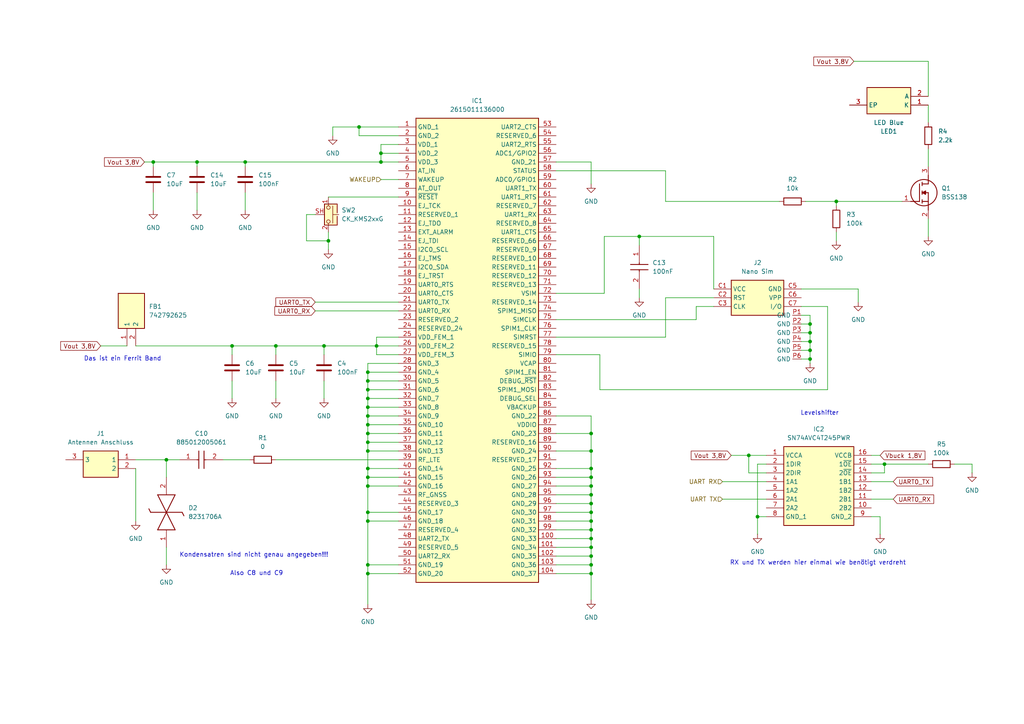
<source format=kicad_sch>
(kicad_sch (version 20231120) (generator "eeschema") (generator_version "8.0")
  (paper "A4")
  (lib_symbols
    (symbol "Bauteile2:742792625"
      (property "Reference" "FB" (at 16.51 7.62 0))
      (property "Value" "742792625" (at 16.51 5.08 0))
      (symbol "742792625_1_1"
        (rectangle (start 5.08 2.54) (end 15.24 -5.08) (stroke (width 0.254)) (fill (type background)))
        (pin passive line (at 0 0 0) (length 5.08) (name "1") (number "1"))
        (pin passive line (at 0 -2.54 0) (length 5.08) (name "2") (number "2"))
      )
    )
    (symbol "Bauteile2:8231706A" (pin_names hide)
      (property "Reference" "D" (at 15.24 8.89 0))
      (property "Value" "8231706A" (at 15.24 6.35 0))
      (symbol "8231706A_1_1"
        (polyline (pts (xy 5.08 2.54) (xy 5.08 -2.54)) (stroke (width 0.254)))
        (polyline (pts (xy 5.08 2.54) (xy 10.16 0)) (stroke (width 0.254)))
        (polyline (pts (xy 10.16 -4.572) (xy 9.144 -5.08)) (stroke (width 0.254)))
        (polyline (pts (xy 10.16 -4.572) (xy 10.16 4.572)) (stroke (width 0.254)))
        (polyline (pts (xy 10.16 0) (xy 5.08 -2.54)) (stroke (width 0.254)))
        (polyline (pts (xy 10.16 0) (xy 15.24 -2.54)) (stroke (width 0.254)))
        (polyline (pts (xy 11.176 5.08) (xy 10.16 4.572)) (stroke (width 0.254)))
        (polyline (pts (xy 15.24 2.54) (xy 10.16 0)) (stroke (width 0.254)))
        (polyline (pts (xy 15.24 2.54) (xy 15.24 -2.54)) (stroke (width 0.254)))
        (pin passive line (at 0 0 0) (length 5.08) (name "K1") (number "1"))
        (pin passive line (at 20.32 0 180) (length 5.08) (name "K2") (number "2"))
      )
    )
    (symbol "Bauteile2:885012005061" (pin_names hide)
      (property "Reference" "C" (at 8.89 6.35 0))
      (property "Value" "885012005061" (at 8.89 3.81 0))
      (symbol "885012005061_1_1"
        (polyline (pts (xy 5.08 0) (xy 5.588 0)) (stroke (width 0.254)))
        (polyline (pts (xy 5.588 2.54) (xy 5.588 -2.54)) (stroke (width 0.254)))
        (polyline (pts (xy 7.112 0) (xy 7.62 0)) (stroke (width 0.254)))
        (polyline (pts (xy 7.112 2.54) (xy 7.112 -2.54)) (stroke (width 0.254)))
        (pin passive line (at 0 0 0) (length 5.08) (name "1") (number "1"))
        (pin passive line (at 12.7 0 180) (length 5.08) (name "2") (number "2"))
      )
    )
    (symbol "Bauteile2:885012205037" (pin_names hide)
      (property "Reference" "C" (at 8.89 6.35 0))
      (property "Value" "885012205037" (at 8.89 3.81 0))
      (symbol "885012205037_1_1"
        (polyline (pts (xy 5.08 0) (xy 5.588 0)) (stroke (width 0.254)))
        (polyline (pts (xy 5.588 2.54) (xy 5.588 -2.54)) (stroke (width 0.254)))
        (polyline (pts (xy 7.112 0) (xy 7.62 0)) (stroke (width 0.254)))
        (polyline (pts (xy 7.112 2.54) (xy 7.112 -2.54)) (stroke (width 0.254)))
        (pin passive line (at 0 0 0) (length 5.08) (name "1") (number "1"))
        (pin passive line (at 12.7 0 180) (length 5.08) (name "2") (number "2"))
      )
    )
    (symbol "Bauteile2:SN74AVC4T245PWR"
      (property "Reference" "IC" (at 26.67 7.62 0))
      (property "Value" "SN74AVC4T245PWR" (at 26.67 5.08 0))
      (symbol "SN74AVC4T245PWR_1_1"
        (rectangle (start 5.08 2.54) (end 25.4 -20.32) (stroke (width 0.254)) (fill (type background)))
        (pin passive line (at 0 0 0) (length 5.08) (name "VCCA") (number "1"))
        (pin passive line (at 30.48 -15.24 180) (length 5.08) (name "2B2") (number "10"))
        (pin passive line (at 30.48 -12.7 180) (length 5.08) (name "2B1") (number "11"))
        (pin passive line (at 30.48 -10.16 180) (length 5.08) (name "1B2") (number "12"))
        (pin passive line (at 30.48 -7.62 180) (length 5.08) (name "1B1") (number "13"))
        (pin passive line (at 30.48 -5.08 180) (length 5.08) (name "2~{OE}") (number "14"))
        (pin passive line (at 30.48 -2.54 180) (length 5.08) (name "1~{OE}") (number "15"))
        (pin passive line (at 30.48 0 180) (length 5.08) (name "VCCB") (number "16"))
        (pin passive line (at 0 -2.54 0) (length 5.08) (name "1DIR") (number "2"))
        (pin passive line (at 0 -5.08 0) (length 5.08) (name "2DIR") (number "3"))
        (pin passive line (at 0 -7.62 0) (length 5.08) (name "1A1") (number "4"))
        (pin passive line (at 0 -10.16 0) (length 5.08) (name "1A2") (number "5"))
        (pin passive line (at 0 -12.7 0) (length 5.08) (name "2A1") (number "6"))
        (pin passive line (at 0 -15.24 0) (length 5.08) (name "2A2") (number "7"))
        (pin passive line (at 0 -17.78 0) (length 5.08) (name "GND_1") (number "8"))
        (pin passive line (at 30.48 -17.78 180) (length 5.08) (name "GND_2") (number "9"))
      )
    )
    (symbol "Bauteile:2615011136000"
      (property "Reference" "IC" (at 41.91 7.62 0))
      (property "Value" "2615011136000" (at 41.91 5.08 0))
      (symbol "2615011136000_1_1"
        (rectangle (start 5.08 2.54) (end 40.64 -132.08) (stroke (width 0.254)) (fill (type background)))
        (pin passive line (at 0 0 0) (length 5.08) (name "GND_1") (number "1"))
        (pin passive line (at 0 -22.86 0) (length 5.08) (name "EJ_TCK") (number "10"))
        (pin passive line (at 45.72 -119.38 180) (length 5.08) (name "GND_33") (number "100"))
        (pin passive line (at 45.72 -121.92 180) (length 5.08) (name "GND_34") (number "101"))
        (pin passive line (at 45.72 -124.46 180) (length 5.08) (name "GND_35") (number "102"))
        (pin passive line (at 45.72 -127 180) (length 5.08) (name "GND_36") (number "103"))
        (pin passive line (at 45.72 -129.54 180) (length 5.08) (name "GND_37") (number "104"))
        (pin passive line (at 0 -25.4 0) (length 5.08) (name "RESERVED_1") (number "11"))
        (pin passive line (at 0 -27.94 0) (length 5.08) (name "EJ_TDO") (number "12"))
        (pin passive line (at 0 -30.48 0) (length 5.08) (name "EXT_ALARM") (number "13"))
        (pin passive line (at 0 -33.02 0) (length 5.08) (name "EJ_TDI") (number "14"))
        (pin passive line (at 0 -35.56 0) (length 5.08) (name "I2C0_SCL") (number "15"))
        (pin passive line (at 0 -38.1 0) (length 5.08) (name "EJ_TMS") (number "16"))
        (pin passive line (at 0 -40.64 0) (length 5.08) (name "I2C0_SDA") (number "17"))
        (pin passive line (at 0 -43.18 0) (length 5.08) (name "EJ_TRST") (number "18"))
        (pin passive line (at 0 -45.72 0) (length 5.08) (name "UART0_RTS") (number "19"))
        (pin passive line (at 0 -2.54 0) (length 5.08) (name "GND_2") (number "2"))
        (pin passive line (at 0 -48.26 0) (length 5.08) (name "UART0_CTS") (number "20"))
        (pin passive line (at 0 -50.8 0) (length 5.08) (name "UART0_TX") (number "21"))
        (pin passive line (at 0 -53.34 0) (length 5.08) (name "UART0_RX") (number "22"))
        (pin passive line (at 0 -55.88 0) (length 5.08) (name "RESERVED_2") (number "23"))
        (pin passive line (at 0 -58.42 0) (length 5.08) (name "RESERVED_24") (number "24"))
        (pin passive line (at 0 -60.96 0) (length 5.08) (name "VDD_FEM_1") (number "25"))
        (pin passive line (at 0 -63.5 0) (length 5.08) (name "VDD_FEM_2") (number "26"))
        (pin passive line (at 0 -66.04 0) (length 5.08) (name "VDD_FEM_3") (number "27"))
        (pin passive line (at 0 -68.58 0) (length 5.08) (name "GND_3") (number "28"))
        (pin passive line (at 0 -71.12 0) (length 5.08) (name "GND_4") (number "29"))
        (pin passive line (at 0 -5.08 0) (length 5.08) (name "VDD_1") (number "3"))
        (pin passive line (at 0 -73.66 0) (length 5.08) (name "GND_5") (number "30"))
        (pin passive line (at 0 -76.2 0) (length 5.08) (name "GND_6") (number "31"))
        (pin passive line (at 0 -78.74 0) (length 5.08) (name "GND_7") (number "32"))
        (pin passive line (at 0 -81.28 0) (length 5.08) (name "GND_8") (number "33"))
        (pin passive line (at 0 -83.82 0) (length 5.08) (name "GND_9") (number "34"))
        (pin passive line (at 0 -86.36 0) (length 5.08) (name "GND_10") (number "35"))
        (pin passive line (at 0 -88.9 0) (length 5.08) (name "GND_11") (number "36"))
        (pin passive line (at 0 -91.44 0) (length 5.08) (name "GND_12") (number "37"))
        (pin passive line (at 0 -93.98 0) (length 5.08) (name "GND_13") (number "38"))
        (pin passive line (at 0 -96.52 0) (length 5.08) (name "RF_LTE") (number "39"))
        (pin passive line (at 0 -7.62 0) (length 5.08) (name "VDD_2") (number "4"))
        (pin passive line (at 0 -99.06 0) (length 5.08) (name "GND_14") (number "40"))
        (pin passive line (at 0 -101.6 0) (length 5.08) (name "GND_15") (number "41"))
        (pin passive line (at 0 -104.14 0) (length 5.08) (name "GND_16") (number "42"))
        (pin passive line (at 0 -106.68 0) (length 5.08) (name "RF_GNSS") (number "43"))
        (pin passive line (at 0 -109.22 0) (length 5.08) (name "RESERVED_3") (number "44"))
        (pin passive line (at 0 -111.76 0) (length 5.08) (name "GND_17") (number "45"))
        (pin passive line (at 0 -114.3 0) (length 5.08) (name "GND_18") (number "46"))
        (pin passive line (at 0 -116.84 0) (length 5.08) (name "RESERVED_4") (number "47"))
        (pin passive line (at 0 -119.38 0) (length 5.08) (name "UART2_TX") (number "48"))
        (pin passive line (at 0 -121.92 0) (length 5.08) (name "RESERVED_5") (number "49"))
        (pin passive line (at 0 -10.16 0) (length 5.08) (name "VDD_3") (number "5"))
        (pin passive line (at 0 -124.46 0) (length 5.08) (name "UART2_RX") (number "50"))
        (pin passive line (at 0 -127 0) (length 5.08) (name "GND_19") (number "51"))
        (pin passive line (at 0 -129.54 0) (length 5.08) (name "GND_20") (number "52"))
        (pin passive line (at 45.72 0 180) (length 5.08) (name "UART2_CTS") (number "53"))
        (pin passive line (at 45.72 -2.54 180) (length 5.08) (name "RESERVED_6") (number "54"))
        (pin passive line (at 45.72 -5.08 180) (length 5.08) (name "UART2_RTS") (number "55"))
        (pin passive line (at 45.72 -7.62 180) (length 5.08) (name "ADC1/GPIO2") (number "56"))
        (pin passive line (at 45.72 -10.16 180) (length 5.08) (name "GND_21") (number "57"))
        (pin passive line (at 45.72 -12.7 180) (length 5.08) (name "STATUS") (number "58"))
        (pin passive line (at 45.72 -15.24 180) (length 5.08) (name "ADC0/GPIO1") (number "59"))
        (pin passive line (at 0 -12.7 0) (length 5.08) (name "AT_IN") (number "6"))
        (pin passive line (at 45.72 -17.78 180) (length 5.08) (name "UART1_TX") (number "60"))
        (pin passive line (at 45.72 -20.32 180) (length 5.08) (name "UART1_RTS") (number "61"))
        (pin passive line (at 45.72 -22.86 180) (length 5.08) (name "RESERVED_7") (number "62"))
        (pin passive line (at 45.72 -25.4 180) (length 5.08) (name "UART1_RX") (number "63"))
        (pin passive line (at 45.72 -27.94 180) (length 5.08) (name "RESERVED_8") (number "64"))
        (pin passive line (at 45.72 -30.48 180) (length 5.08) (name "UART1_CTS") (number "65"))
        (pin passive line (at 45.72 -33.02 180) (length 5.08) (name "RESERVED_66") (number "66"))
        (pin passive line (at 45.72 -35.56 180) (length 5.08) (name "RESERVED_9") (number "67"))
        (pin passive line (at 45.72 -38.1 180) (length 5.08) (name "RESERVED_10") (number "68"))
        (pin passive line (at 45.72 -40.64 180) (length 5.08) (name "RESERVED_11") (number "69"))
        (pin passive line (at 0 -15.24 0) (length 5.08) (name "WAKEUP") (number "7"))
        (pin passive line (at 45.72 -43.18 180) (length 5.08) (name "RESERVED_12") (number "70"))
        (pin passive line (at 45.72 -45.72 180) (length 5.08) (name "RESERVED_13") (number "71"))
        (pin passive line (at 45.72 -48.26 180) (length 5.08) (name "VSIM") (number "72"))
        (pin passive line (at 45.72 -50.8 180) (length 5.08) (name "RESERVED_14") (number "73"))
        (pin passive line (at 45.72 -53.34 180) (length 5.08) (name "SPIM1_MISO") (number "74"))
        (pin passive line (at 45.72 -55.88 180) (length 5.08) (name "SIMCLK") (number "75"))
        (pin passive line (at 45.72 -58.42 180) (length 5.08) (name "SPIM1_CLK") (number "76"))
        (pin passive line (at 45.72 -60.96 180) (length 5.08) (name "SIMRST") (number "77"))
        (pin passive line (at 45.72 -63.5 180) (length 5.08) (name "RESERVED_15") (number "78"))
        (pin passive line (at 45.72 -66.04 180) (length 5.08) (name "SIMIO") (number "79"))
        (pin passive line (at 0 -17.78 0) (length 5.08) (name "AT_OUT") (number "8"))
        (pin passive line (at 45.72 -68.58 180) (length 5.08) (name "VCAP") (number "80"))
        (pin passive line (at 45.72 -71.12 180) (length 5.08) (name "SPIM1_EN") (number "81"))
        (pin passive line (at 45.72 -73.66 180) (length 5.08) (name "DEBUG_~{RST}") (number "82"))
        (pin passive line (at 45.72 -76.2 180) (length 5.08) (name "SPIM1_MOSI") (number "83"))
        (pin passive line (at 45.72 -78.74 180) (length 5.08) (name "DEBUG_SEL") (number "84"))
        (pin passive line (at 45.72 -81.28 180) (length 5.08) (name "VBACKUP") (number "85"))
        (pin passive line (at 45.72 -83.82 180) (length 5.08) (name "GND_22") (number "86"))
        (pin passive line (at 45.72 -86.36 180) (length 5.08) (name "VDDIO") (number "87"))
        (pin passive line (at 45.72 -88.9 180) (length 5.08) (name "GND_23") (number "88"))
        (pin passive line (at 45.72 -91.44 180) (length 5.08) (name "RESERVED_16") (number "89"))
        (pin passive line (at 0 -20.32 0) (length 5.08) (name "~{RESET}") (number "9"))
        (pin passive line (at 45.72 -93.98 180) (length 5.08) (name "GND_24") (number "90"))
        (pin passive line (at 45.72 -96.52 180) (length 5.08) (name "RESERVED_17") (number "91"))
        (pin passive line (at 45.72 -99.06 180) (length 5.08) (name "GND_25") (number "92"))
        (pin passive line (at 45.72 -101.6 180) (length 5.08) (name "GND_26") (number "93"))
        (pin passive line (at 45.72 -104.14 180) (length 5.08) (name "GND_27") (number "94"))
        (pin passive line (at 45.72 -106.68 180) (length 5.08) (name "GND_28") (number "95"))
        (pin passive line (at 45.72 -109.22 180) (length 5.08) (name "GND_29") (number "96"))
        (pin passive line (at 45.72 -111.76 180) (length 5.08) (name "GND_30") (number "97"))
        (pin passive line (at 45.72 -114.3 180) (length 5.08) (name "GND_31") (number "98"))
        (pin passive line (at 45.72 -116.84 180) (length 5.08) (name "GND_32") (number "99"))
      )
    )
    (symbol "Bauteile:Antennen Anschluss"
      (property "Reference" "J" (at 16.51 7.62 0))
      (property "Value" "Antennen Anschluss" (at 16.51 5.08 0))
      (symbol "Antennen Anschluss_1_1"
        (rectangle (start 5.08 2.54) (end 15.24 -5.08) (stroke (width 0.254)) (fill (type background)))
        (pin passive line (at 20.32 0 180) (length 5.08) (name "1") (number "1"))
        (pin passive line (at 20.32 -2.54 180) (length 5.08) (name "2") (number "2"))
        (pin passive line (at 0 0 0) (length 5.08) (name "3") (number "3"))
      )
    )
    (symbol "Bauteile:BSS138" (pin_names hide)
      (property "Reference" "Q" (at 11.43 3.81 0))
      (property "Value" "BSS138" (at 11.43 1.27 0))
      (symbol "BSS138_1_1"
        (polyline (pts (xy 2.54 0) (xy 5.08 0)) (stroke (width 0.254)))
        (polyline (pts (xy 5.08 5.08) (xy 5.08 0)) (stroke (width 0.254)))
        (polyline (pts (xy 5.842 -0.508) (xy 5.842 0.508)) (stroke (width 0.254)))
        (polyline (pts (xy 5.842 0) (xy 7.62 0)) (stroke (width 0.254)))
        (polyline (pts (xy 5.842 2.032) (xy 5.842 3.048)) (stroke (width 0.254)))
        (polyline (pts (xy 5.842 5.588) (xy 5.842 4.572)) (stroke (width 0.254)))
        (polyline (pts (xy 7.62 2.54) (xy 5.842 2.54)) (stroke (width 0.254)))
        (polyline (pts (xy 7.62 2.54) (xy 7.62 -2.54)) (stroke (width 0.254)))
        (polyline (pts (xy 7.62 5.08) (xy 5.842 5.08)) (stroke (width 0.254)))
        (polyline (pts (xy 7.62 5.08) (xy 7.62 7.62)) (stroke (width 0.254)))
        (polyline (pts (xy 5.842 2.54) (xy 6.858 3.048) (xy 6.858 2.032) (xy 5.842 2.54)) (stroke (width 0.254)) (fill (type outline)))
        (circle (center 6.35 2.54) (radius 3.81) (stroke (width 0.254)))
        (pin passive line (at 0 0 0) (length 2.54) (name "G") (number "1"))
        (pin passive line (at 7.62 -5.08 90) (length 2.54) (name "S") (number "2"))
        (pin passive line (at 7.62 10.16 270) (length 2.54) (name "D") (number "3"))
      )
    )
    (symbol "Bauteile:LED Blue"
      (property "Reference" "LED" (at 19.05 7.62 0))
      (property "Value" "LED Blue" (at 19.05 5.08 0))
      (symbol "LED Blue_1_1"
        (rectangle (start 5.08 2.54) (end 17.78 -5.08) (stroke (width 0.254)) (fill (type background)))
        (pin passive line (at 22.86 0 180) (length 5.08) (name "K") (number "1"))
        (pin passive line (at 22.86 -2.54 180) (length 5.08) (name "A") (number "2"))
        (pin passive line (at 0 0 0) (length 5.08) (name "EP") (number "3"))
      )
    )
    (symbol "Bauteile:Nano Sim"
      (property "Reference" "J2" (at 12.7 7.62 0))
      (property "Value" "Nano Sim" (at 12.7 5.08 0))
      (symbol "Nano Sim_1_0"
        (pin passive line (at 25.4 -7.62 180) (length 2.54) (name "GND") (number "P1"))
        (pin passive line (at 25.4 -10.16 180) (length 2.54) (name "GND") (number "P2"))
        (pin passive line (at 25.4 -12.7 180) (length 2.54) (name "GND") (number "P3"))
        (pin passive line (at 25.4 -15.24 180) (length 2.54) (name "GND") (number "P4"))
        (pin passive line (at 25.4 -17.78 180) (length 2.54) (name "GND") (number "P5"))
        (pin passive line (at 25.4 -20.32 180) (length 2.54) (name "GND") (number "P6"))
      )
      (symbol "Nano Sim_1_1"
        (rectangle (start 5.08 2.54) (end 20.32 -7.62) (stroke (width 0.254)) (fill (type background)))
        (pin passive line (at 0 0 0) (length 5.08) (name "VCC") (number "C1"))
        (pin passive line (at 0 -2.54 0) (length 5.08) (name "RST") (number "C2"))
        (pin passive line (at 0 -5.08 0) (length 5.08) (name "CLK") (number "C3"))
        (pin passive line (at 25.4 0 180) (length 5.08) (name "GND") (number "C5"))
        (pin passive line (at 25.4 -2.54 180) (length 5.08) (name "VPP") (number "C6"))
        (pin passive line (at 25.4 -5.08 180) (length 5.08) (name "I/O") (number "C7"))
      )
    )
    (symbol "Device:C" (pin_numbers hide) (pin_names (offset 0.254))
      (property "Reference" "C" (at 0.635 2.54 0))
      (property "Value" "C" (at 0.635 -2.54 0))
      (symbol "C_0_1"
        (polyline (pts (xy -2.032 -0.762) (xy 2.032 -0.762)) (stroke (width 0.508)))
        (polyline (pts (xy -2.032 0.762) (xy 2.032 0.762)) (stroke (width 0.508)))
      )
      (symbol "C_1_1"
        (pin passive line (at 0 3.81 270) (length 2.794) (name "~") (number "1"))
        (pin passive line (at 0 -3.81 90) (length 2.794) (name "~") (number "2"))
      )
    )
    (symbol "Device:R" (pin_numbers hide) (pin_names (offset 0))
      (property "Reference" "R" (at 2.032 0 90))
      (property "Value" "R" (at 0 0 90))
      (symbol "R_0_1"
        (rectangle (start -1.016 -2.54) (end 1.016 2.54) (stroke (width 0.254)))
      )
      (symbol "R_1_1"
        (pin passive line (at 0 3.81 270) (length 1.27) (name "~") (number "1"))
        (pin passive line (at 0 -3.81 90) (length 1.27) (name "~") (number "2"))
      )
    )
    (symbol "GND_1" (power) (pin_numbers hide) (pin_names (offset 0) hide)
      (property "Value" "GND" (at 0 -3.81 0))
      (symbol "GND_1_0_1"
        (polyline (pts (xy 0 0) (xy 0 -1.27) (xy 1.27 -1.27) (xy 0 -2.54) (xy -1.27 -1.27) (xy 0 -1.27)))
      )
      (symbol "GND_1_1_1"
        (pin power_in line (at 0 0 270) (length 0) (name "~") (number "1"))
      )
    )
    (symbol "GND_2" (power) (pin_numbers hide) (pin_names (offset 0) hide)
      (property "Value" "GND" (at 0 -3.81 0))
      (symbol "GND_2_0_1"
        (polyline (pts (xy 0 0) (xy 0 -1.27) (xy 1.27 -1.27) (xy 0 -2.54) (xy -1.27 -1.27) (xy 0 -1.27)))
      )
      (symbol "GND_2_1_1"
        (pin power_in line (at 0 0 270) (length 0) (name "~") (number "1"))
      )
    )
    (symbol "Switch:CK_KMS2xxG" (pin_names (offset 1.016) hide)
      (property "Reference" "SW" (at 4.318 2.032 0))
      (property "Value" "CK_KMS2xxG" (at 0 4.572 0))
      (symbol "CK_KMS2xxG_0_1"
        (circle (center -2.032 0) (radius 0.508))
        (polyline (pts (xy 0 1.27) (xy 0 3.048)))
        (polyline (pts (xy 2.54 1.27) (xy -2.54 1.27)))
        (polyline (pts (xy 0.508 2.54) (xy 3.048 2.54) (xy 3.048 -1.143) (xy -3.048 -1.143) (xy -3.048 2.54) (xy -0.508 2.54)) (stroke (width -0.0254)))
        (polyline (pts (xy 0.508 2.54) (xy 3.048 2.54) (xy 3.048 -1.143) (xy -3.048 -1.143) (xy -3.048 2.54) (xy -0.508 2.54)) (stroke (width 0.254)))
        (circle (center 2.032 0) (radius 0.508))
        (pin passive line (at -5.08 0 0) (length 2.54) (name "1") (number "1"))
        (pin passive line (at 5.08 0 180) (length 2.54) (name "2") (number "2"))
      )
      (symbol "CK_KMS2xxG_1_1"
        (rectangle (start -3.048 2.54) (end 3.048 -1.27) (stroke (width -0.0254)) (fill (type background)))
        (pin passive line (at 0 -3.81 90) (length 2.54) (name "B") (number "SH"))
      )
    )
    (symbol "power:GND" (power) (pin_names (offset 0))
      (property "Value" "GND" (at 0 -3.81 0))
      (symbol "GND_0_1"
        (polyline (pts (xy 0 0) (xy 0 -1.27) (xy 1.27 -1.27) (xy 0 -2.54) (xy -1.27 -1.27) (xy 0 -1.27)))
      )
      (symbol "GND_1_1"
        (pin power_in line (at 0 0 270) (length 0) hide (name "GND") (number "1"))
      )
    )
  )
  (junction (at 93.98 100.33))
  (junction (at 171.45 161.29))
  (junction (at 234.95 99.06))
  (junction (at 171.45 166.37))
  (junction (at 106.68 128.27))
  (junction (at 104.14 36.83))
  (junction (at 234.95 96.52))
  (junction (at 234.95 93.98))
  (junction (at 106.68 148.59))
  (junction (at 106.68 135.89))
  (junction (at 67.31 100.33))
  (junction (at 57.15 46.99))
  (junction (at 171.45 125.73))
  (junction (at 106.68 140.97))
  (junction (at 171.45 135.89))
  (junction (at 110.49 44.45))
  (junction (at 171.45 130.81))
  (junction (at 106.68 110.49))
  (junction (at 106.68 138.43))
  (junction (at 171.45 153.67))
  (junction (at 106.68 151.13))
  (junction (at 106.68 118.11))
  (junction (at 106.68 120.65))
  (junction (at 71.12 46.99))
  (junction (at 106.68 166.37))
  (junction (at 171.45 163.83))
  (junction (at 234.95 104.14))
  (junction (at 256.54 134.62))
  (junction (at 106.68 125.73))
  (junction (at 219.71 149.86))
  (junction (at 217.17 132.08))
  (junction (at 171.45 151.13))
  (junction (at 95.25 69.85))
  (junction (at 44.45 46.99))
  (junction (at 234.95 101.6))
  (junction (at 171.45 156.21))
  (junction (at 185.42 68.58))
  (junction (at 171.45 158.75))
  (junction (at 106.68 163.83))
  (junction (at 106.68 115.57))
  (junction (at 106.68 123.19))
  (junction (at 171.45 138.43))
  (junction (at 48.26 133.35))
  (junction (at 171.45 148.59))
  (junction (at 110.49 46.99))
  (junction (at 242.57 58.42))
  (junction (at 106.68 113.03))
  (junction (at 171.45 140.97))
  (junction (at 109.22 100.33))
  (junction (at 80.01 100.33))
  (junction (at 171.45 146.05))
  (junction (at 171.45 143.51))
  (junction (at 106.68 107.95))
  (junction (at 106.68 130.81))
  (wire (pts (xy 39.37 100.33) (xy 67.31 100.33)))
  (wire (pts (xy 106.68 123.19) (xy 106.68 125.73)))
  (wire (pts (xy 171.45 163.83) (xy 171.45 166.37)))
  (wire (pts (xy 242.57 58.42) (xy 261.62 58.42)))
  (wire (pts (xy 115.57 151.13) (xy 106.68 151.13)))
  (wire (pts (xy 219.71 134.62) (xy 219.71 149.86)))
  (wire (pts (xy 57.15 46.99) (xy 71.12 46.99)))
  (wire (pts (xy 234.95 91.44) (xy 234.95 93.98)))
  (wire (pts (xy 39.37 133.35) (xy 48.26 133.35)))
  (wire (pts (xy 115.57 113.03) (xy 106.68 113.03)))
  (wire (pts (xy 171.45 173.99) (xy 171.45 166.37)))
  (wire (pts (xy 106.68 166.37) (xy 106.68 175.26)))
  (wire (pts (xy 115.57 110.49) (xy 106.68 110.49)))
  (wire (pts (xy 161.29 163.83) (xy 171.45 163.83)))
  (wire (pts (xy 269.24 30.48) (xy 269.24 35.56)))
  (wire (pts (xy 93.98 110.49) (xy 93.98 115.57)))
  (wire (pts (xy 95.25 57.15) (xy 115.57 57.15)))
  (wire (pts (xy 175.26 68.58) (xy 185.42 68.58)))
  (wire (pts (xy 115.57 41.91) (xy 110.49 41.91)))
  (wire (pts (xy 115.57 138.43) (xy 106.68 138.43)))
  (wire (pts (xy 171.45 135.89) (xy 171.45 138.43)))
  (wire (pts (xy 222.25 149.86) (xy 219.71 149.86)))
  (wire (pts (xy 269.24 63.5) (xy 269.24 68.58)))
  (wire (pts (xy 173.99 102.87) (xy 161.29 102.87)))
  (wire (pts (xy 115.57 163.83) (xy 106.68 163.83)))
  (wire (pts (xy 57.15 46.99) (xy 57.15 48.26)))
  (wire (pts (xy 110.49 41.91) (xy 110.49 44.45)))
  (wire (pts (xy 252.73 132.08) (xy 255.27 132.08)))
  (wire (pts (xy 161.29 146.05) (xy 171.45 146.05)))
  (wire (pts (xy 115.57 125.73) (xy 106.68 125.73)))
  (wire (pts (xy 161.29 135.89) (xy 171.45 135.89)))
  (wire (pts (xy 209.55 144.78) (xy 222.25 144.78)))
  (wire (pts (xy 106.68 113.03) (xy 106.68 115.57)))
  (wire (pts (xy 171.45 140.97) (xy 171.45 143.51)))
  (wire (pts (xy 252.73 149.86) (xy 255.27 149.86)))
  (wire (pts (xy 109.22 97.79) (xy 109.22 100.33)))
  (wire (pts (xy 171.45 156.21) (xy 171.45 158.75)))
  (wire (pts (xy 91.44 62.23) (xy 88.9 62.23)))
  (wire (pts (xy 234.95 96.52) (xy 234.95 99.06)))
  (wire (pts (xy 185.42 83.82) (xy 185.42 86.36)))
  (wire (pts (xy 209.55 139.7) (xy 222.25 139.7)))
  (wire (pts (xy 161.29 138.43) (xy 171.45 138.43)))
  (wire (pts (xy 41.91 46.99) (xy 44.45 46.99)))
  (wire (pts (xy 88.9 62.23) (xy 88.9 69.85)))
  (wire (pts (xy 44.45 46.99) (xy 57.15 46.99)))
  (wire (pts (xy 217.17 137.16) (xy 217.17 132.08)))
  (wire (pts (xy 71.12 46.99) (xy 110.49 46.99)))
  (wire (pts (xy 95.25 69.85) (xy 95.25 72.39)))
  (wire (pts (xy 106.68 140.97) (xy 106.68 148.59)))
  (wire (pts (xy 106.68 107.95) (xy 106.68 110.49)))
  (wire (pts (xy 222.25 137.16) (xy 217.17 137.16)))
  (wire (pts (xy 242.57 58.42) (xy 242.57 59.69)))
  (wire (pts (xy 269.24 27.94) (xy 269.24 17.78)))
  (wire (pts (xy 234.95 101.6) (xy 234.95 104.14)))
  (wire (pts (xy 80.01 100.33) (xy 80.01 102.87)))
  (wire (pts (xy 67.31 100.33) (xy 80.01 100.33)))
  (wire (pts (xy 96.52 36.83) (xy 104.14 36.83)))
  (wire (pts (xy 104.14 36.83) (xy 104.14 39.37)))
  (wire (pts (xy 106.68 151.13) (xy 106.68 163.83)))
  (wire (pts (xy 106.68 135.89) (xy 106.68 138.43)))
  (wire (pts (xy 232.41 96.52) (xy 234.95 96.52)))
  (wire (pts (xy 256.54 134.62) (xy 269.24 134.62)))
  (wire (pts (xy 91.44 90.17) (xy 115.57 90.17)))
  (wire (pts (xy 185.42 68.58) (xy 185.42 71.12)))
  (wire (pts (xy 161.29 143.51) (xy 171.45 143.51)))
  (wire (pts (xy 115.57 39.37) (xy 104.14 39.37)))
  (wire (pts (xy 115.57 120.65) (xy 106.68 120.65)))
  (wire (pts (xy 80.01 133.35) (xy 115.57 133.35)))
  (wire (pts (xy 115.57 166.37) (xy 106.68 166.37)))
  (wire (pts (xy 67.31 110.49) (xy 67.31 115.57)))
  (wire (pts (xy 171.45 158.75) (xy 171.45 161.29)))
  (wire (pts (xy 161.29 158.75) (xy 171.45 158.75)))
  (wire (pts (xy 115.57 118.11) (xy 106.68 118.11)))
  (wire (pts (xy 173.99 102.87) (xy 173.99 113.03)))
  (wire (pts (xy 171.45 148.59) (xy 171.45 151.13)))
  (wire (pts (xy 71.12 55.88) (xy 71.12 60.96)))
  (wire (pts (xy 96.52 36.83) (xy 96.52 39.37)))
  (wire (pts (xy 171.45 46.99) (xy 171.45 53.34)))
  (wire (pts (xy 161.29 46.99) (xy 171.45 46.99)))
  (wire (pts (xy 234.95 99.06) (xy 234.95 101.6)))
  (wire (pts (xy 106.68 118.11) (xy 106.68 120.65)))
  (wire (pts (xy 115.57 115.57) (xy 106.68 115.57)))
  (wire (pts (xy 161.29 85.09) (xy 175.26 85.09)))
  (wire (pts (xy 64.77 133.35) (xy 72.39 133.35)))
  (wire (pts (xy 93.98 100.33) (xy 109.22 100.33)))
  (wire (pts (xy 171.45 138.43) (xy 171.45 140.97)))
  (wire (pts (xy 161.29 120.65) (xy 171.45 120.65)))
  (wire (pts (xy 106.68 115.57) (xy 106.68 118.11)))
  (wire (pts (xy 207.01 68.58) (xy 207.01 83.82)))
  (wire (pts (xy 193.04 97.79) (xy 193.04 86.36)))
  (wire (pts (xy 115.57 102.87) (xy 109.22 102.87)))
  (wire (pts (xy 115.57 107.95) (xy 106.68 107.95)))
  (wire (pts (xy 106.68 163.83) (xy 106.68 166.37)))
  (wire (pts (xy 193.04 49.53) (xy 161.29 49.53)))
  (wire (pts (xy 276.86 134.62) (xy 281.94 134.62)))
  (wire (pts (xy 106.68 128.27) (xy 106.68 130.81)))
  (wire (pts (xy 161.29 151.13) (xy 171.45 151.13)))
  (wire (pts (xy 115.57 148.59) (xy 106.68 148.59)))
  (wire (pts (xy 240.03 88.9) (xy 232.41 88.9)))
  (wire (pts (xy 248.92 83.82) (xy 248.92 87.63)))
  (wire (pts (xy 44.45 46.99) (xy 44.45 48.26)))
  (wire (pts (xy 106.68 138.43) (xy 106.68 140.97)))
  (wire (pts (xy 232.41 93.98) (xy 234.95 93.98)))
  (wire (pts (xy 115.57 123.19) (xy 106.68 123.19)))
  (wire (pts (xy 44.45 55.88) (xy 44.45 60.96)))
  (wire (pts (xy 233.68 58.42) (xy 242.57 58.42)))
  (wire (pts (xy 252.73 144.78) (xy 259.08 144.78)))
  (wire (pts (xy 115.57 130.81) (xy 106.68 130.81)))
  (wire (pts (xy 256.54 137.16) (xy 256.54 134.62)))
  (wire (pts (xy 106.68 130.81) (xy 106.68 135.89)))
  (wire (pts (xy 110.49 46.99) (xy 115.57 46.99)))
  (wire (pts (xy 232.41 83.82) (xy 248.92 83.82)))
  (wire (pts (xy 48.26 133.35) (xy 52.07 133.35)))
  (wire (pts (xy 80.01 110.49) (xy 80.01 115.57)))
  (wire (pts (xy 161.29 130.81) (xy 171.45 130.81)))
  (wire (pts (xy 161.29 97.79) (xy 193.04 97.79)))
  (wire (pts (xy 93.98 100.33) (xy 93.98 102.87)))
  (wire (pts (xy 161.29 161.29) (xy 171.45 161.29)))
  (wire (pts (xy 281.94 134.62) (xy 281.94 137.16)))
  (wire (pts (xy 91.44 87.63) (xy 115.57 87.63)))
  (wire (pts (xy 252.73 137.16) (xy 256.54 137.16)))
  (wire (pts (xy 115.57 105.41) (xy 106.68 105.41)))
  (wire (pts (xy 201.93 88.9) (xy 207.01 88.9)))
  (wire (pts (xy 171.45 161.29) (xy 171.45 163.83)))
  (wire (pts (xy 106.68 110.49) (xy 106.68 113.03)))
  (wire (pts (xy 88.9 69.85) (xy 95.25 69.85)))
  (wire (pts (xy 57.15 55.88) (xy 57.15 60.96)))
  (wire (pts (xy 222.25 134.62) (xy 219.71 134.62)))
  (wire (pts (xy 193.04 86.36) (xy 207.01 86.36)))
  (wire (pts (xy 247.65 17.78) (xy 269.24 17.78)))
  (wire (pts (xy 161.29 125.73) (xy 171.45 125.73)))
  (wire (pts (xy 219.71 149.86) (xy 219.71 154.94)))
  (wire (pts (xy 80.01 100.33) (xy 93.98 100.33)))
  (wire (pts (xy 171.45 130.81) (xy 171.45 135.89)))
  (wire (pts (xy 242.57 67.31) (xy 242.57 69.85)))
  (wire (pts (xy 106.68 105.41) (xy 106.68 107.95)))
  (wire (pts (xy 48.26 133.35) (xy 48.26 138.43)))
  (wire (pts (xy 217.17 132.08) (xy 222.25 132.08)))
  (wire (pts (xy 161.29 92.71) (xy 201.93 92.71)))
  (wire (pts (xy 161.29 148.59) (xy 171.45 148.59)))
  (wire (pts (xy 171.45 153.67) (xy 171.45 156.21)))
  (wire (pts (xy 201.93 92.71) (xy 201.93 88.9)))
  (wire (pts (xy 115.57 97.79) (xy 109.22 97.79)))
  (wire (pts (xy 240.03 113.03) (xy 240.03 88.9)))
  (wire (pts (xy 71.12 48.26) (xy 71.12 46.99)))
  (wire (pts (xy 193.04 58.42) (xy 193.04 49.53)))
  (wire (pts (xy 269.24 43.18) (xy 269.24 48.26)))
  (wire (pts (xy 234.95 93.98) (xy 234.95 96.52)))
  (wire (pts (xy 95.25 67.31) (xy 95.25 69.85)))
  (wire (pts (xy 252.73 134.62) (xy 256.54 134.62)))
  (wire (pts (xy 171.45 125.73) (xy 171.45 130.81)))
  (wire (pts (xy 185.42 68.58) (xy 207.01 68.58)))
  (wire (pts (xy 252.73 139.7) (xy 259.08 139.7)))
  (wire (pts (xy 232.41 101.6) (xy 234.95 101.6)))
  (wire (pts (xy 110.49 44.45) (xy 110.49 46.99)))
  (wire (pts (xy 234.95 104.14) (xy 234.95 105.41)))
  (wire (pts (xy 109.22 100.33) (xy 115.57 100.33)))
  (wire (pts (xy 110.49 44.45) (xy 115.57 44.45)))
  (wire (pts (xy 29.21 100.33) (xy 36.83 100.33)))
  (wire (pts (xy 106.68 148.59) (xy 106.68 151.13)))
  (wire (pts (xy 67.31 100.33) (xy 67.31 102.87)))
  (wire (pts (xy 161.29 140.97) (xy 171.45 140.97)))
  (wire (pts (xy 171.45 120.65) (xy 171.45 125.73)))
  (wire (pts (xy 106.68 120.65) (xy 106.68 123.19)))
  (wire (pts (xy 115.57 135.89) (xy 106.68 135.89)))
  (wire (pts (xy 232.41 91.44) (xy 234.95 91.44)))
  (wire (pts (xy 171.45 146.05) (xy 171.45 148.59)))
  (wire (pts (xy 171.45 151.13) (xy 171.45 153.67)))
  (wire (pts (xy 175.26 85.09) (xy 175.26 68.58)))
  (wire (pts (xy 115.57 36.83) (xy 104.14 36.83)))
  (wire (pts (xy 171.45 143.51) (xy 171.45 146.05)))
  (wire (pts (xy 255.27 149.86) (xy 255.27 154.94)))
  (wire (pts (xy 115.57 140.97) (xy 106.68 140.97)))
  (wire (pts (xy 48.26 158.75) (xy 48.26 163.83)))
  (wire (pts (xy 232.41 99.06) (xy 234.95 99.06)))
  (wire (pts (xy 161.29 153.67) (xy 171.45 153.67)))
  (wire (pts (xy 212.09 132.08) (xy 217.17 132.08)))
  (wire (pts (xy 115.57 128.27) (xy 106.68 128.27)))
  (wire (pts (xy 110.49 52.07) (xy 115.57 52.07)))
  (wire (pts (xy 39.37 135.89) (xy 39.37 151.13)))
  (wire (pts (xy 173.99 113.03) (xy 240.03 113.03)))
  (wire (pts (xy 232.41 104.14) (xy 234.95 104.14)))
  (wire (pts (xy 171.45 166.37) (xy 161.29 166.37)))
  (wire (pts (xy 161.29 156.21) (xy 171.45 156.21)))
  (wire (pts (xy 193.04 58.42) (xy 226.06 58.42)))
  (wire (pts (xy 106.68 125.73) (xy 106.68 128.27)))
  (wire (pts (xy 109.22 102.87) (xy 109.22 100.33)))
  (text "Also C8 und C9" (at 74.422 166.37 0) (effects (font (size 1.27 1.27))))
  (text "Das ist ein Ferrit Band" (at 35.56 104.14 0) (effects (font (size 1.27 1.27))))
  (text "RX und TX werden hier einmal wie benötigt verdreht" (at 237.236 163.322 0) (effects (font (size 1.27 1.27))))
  (text "Kondensatren sind nicht genau angegeben!!!" (at 73.66 161.036 0) (effects (font (size 1.27 1.27))))
  (text "Levelshifter" (at 237.744 119.888 0) (effects (font (size 1.27 1.27))))
  (global_label "Vout 3,8V" (shape input) (at 247.65 17.78 180) (property "Intersheetrefs" "${INTERSHEET_REFS}" (effects (hide yes))))
  (global_label "Vout 3,8V" (shape input) (at 212.09 132.08 180) (property "Intersheetrefs" "${INTERSHEET_REFS}" (effects (hide yes))))
  (global_label "Vbuck 1,8V" (shape input) (at 255.27 132.08 0) (property "Intersheetrefs" "${INTERSHEET_REFS}" (effects (hide yes))))
  (global_label "Vout 3,8V" (shape input) (at 29.21 100.33 180) (property "Intersheetrefs" "${INTERSHEET_REFS}" (effects (hide yes))))
  (global_label "Vout 3,8V" (shape input) (at 41.91 46.99 180) (property "Intersheetrefs" "${INTERSHEET_REFS}" (effects (hide yes))))
  (global_label "UART0_RX" (shape input) (at 91.44 90.17 180) (property "Intersheetrefs" "${INTERSHEET_REFS}" (effects (hide yes))))
  (global_label "UART0_TX" (shape input) (at 91.44 87.63 180) (property "Intersheetrefs" "${INTERSHEET_REFS}" (effects (hide yes))))
  (global_label "UART0_RX" (shape input) (at 259.08 144.78 0) (property "Intersheetrefs" "${INTERSHEET_REFS}" (effects (hide yes))))
  (global_label "UART0_TX" (shape input) (at 259.08 139.7 0) (property "Intersheetrefs" "${INTERSHEET_REFS}" (effects (hide yes))))
  (hierarchical_label "UART TX" (shape input) (at 209.55 144.78 180))
  (hierarchical_label "WAKEUP" (shape input) (at 110.49 52.07 180))
  (hierarchical_label "UART RX" (shape input) (at 209.55 139.7 180))
  (symbol (lib_id "Bauteile2:8231706A") (at 48.26 158.75 90) (unit 1)
    (property "Reference" "D2" (at 54.61 147.3199 90) (effects (justify right)))
    (property "Value" "8231706A" (at 54.61 149.8599 90) (effects (justify right)))
    (property "Footprint" "DIONC1005X60N" (effects (hide yes)))
    (property "Datasheet" "https://www.mouser.in/datasheet/2/445/8231706A-1670310.pdf" (effects (hide yes)))
    (property "Description" "WURTH ELEKTRONIK - 8231706A - ESD Protection Device, 40 V, 0402, 6 V, WE-VE Series" (effects (hide yes)))
    (property "Height" "0.6" (effects (hide yes)))
    (property "Manufacturer_Name" "Wurth Elektronik" (effects (hide yes)))
    (property "Manufacturer_Part_Number" "8231706A" (effects (hide yes)))
  )
  (symbol (lib_id "power:GND") (at 71.12 60.96 0) (unit 1)
    (property "Reference" "#PWR031" (effects (hide yes)))
    (property "Value" "GND" (at 71.12 66.04 0))
  )
  (symbol (lib_id "Switch:CK_KMS2xxG") (at 95.25 62.23 270) (unit 1)
    (property "Reference" "SW2" (at 99.06 60.9599 90) (effects (justify left)))
    (property "Value" "CK_KMS2xxG" (at 99.06 63.4999 90) (effects (justify left)))
    (property "Footprint" "Button_Switch_SMD:SW_SPST_CK_KMS2xxGP" (effects (hide yes)))
    (property "Datasheet" "https://www.ckswitches.com/media/1482/kms.pdf" (effects (hide yes)))
    (property "Description" "Microminiature SMT Side Actuated, 4.2 x 2.8 x 1.42mm, without pegs, with shield pin" (effects (hide yes)))
  )
  (symbol (lib_name "GND_1") (lib_id "power:GND") (at 281.94 137.16 0) (unit 1)
    (property "Reference" "#PWR040" (effects (hide yes)))
    (property "Value" "GND" (at 281.94 142.24 0))
    (property "Description" "Power symbol creates a global label with name \"GND\" , ground" (effects (hide yes)))
  )
  (symbol (lib_id "Device:C") (at 44.45 52.07 0) (unit 1)
    (property "Reference" "C7" (at 48.26 50.8 0) (effects (justify left)))
    (property "Value" "10uF" (at 48.26 53.34 0) (effects (justify left)))
    (property "Footprint" "Capacitor_SMD:C_0805_2012Metric" (effects (hide yes)))
  )
  (symbol (lib_id "power:GND") (at 95.25 72.39 0) (unit 1)
    (property "Reference" "#PWR039" (effects (hide yes)))
    (property "Value" "GND" (at 95.25 77.47 0))
    (property "Description" "Power symbol creates a global label with name \"GND\" , ground" (effects (hide yes)))
  )
  (symbol (lib_id "Device:C") (at 67.31 106.68 0) (unit 1)
    (property "Reference" "C6" (at 71.12 105.41 0) (effects (justify left)))
    (property "Value" "10uF" (at 71.12 107.95 0) (effects (justify left)))
    (property "Footprint" "Capacitor_SMD:C_0805_2012Metric" (effects (hide yes)))
  )
  (symbol (lib_id "power:GND") (at 171.45 53.34 0) (unit 1)
    (property "Reference" "#PWR08" (effects (hide yes)))
    (property "Value" "GND" (at 171.45 58.42 0))
  )
  (symbol (lib_id "Bauteile2:SN74AVC4T245PWR") (at 222.25 132.08 0) (unit 1)
    (property "Reference" "IC2" (at 237.49 124.46 0))
    (property "Value" "SN74AVC4T245PWR" (at 237.49 127 0))
    (property "Footprint" "SOP65P640X120-16N" (effects (hide yes)))
    (property "Datasheet" "http://www.ti.com/lit/gpn/sn74avc4t245" (effects (hide yes)))
    (property "Description" "4-Bit Dual-Supply Bus Transceiver with Configurable Voltage-Level Shifting and 3-State Outputs" (effects (hide yes)))
    (property "Height" "1.2" (effects (hide yes)))
    (property "Mouser Part Number" "595-SN74AVC4T245PWR" (effects (hide yes)))
    (property "Mouser Price/Stock" "https://www.mouser.co.uk/ProductDetail/Texas-Instruments/SN74AVC4T245PWR?qs=eXyjQBh9UFjikDDZFUGXXQ%3D%3D" (effects (hide yes)))
    (property "Manufacturer_Name" "Texas Instruments" (effects (hide yes)))
    (property "Manufacturer_Part_Number" "SN74AVC4T245PWR" (effects (hide yes)))
  )
  (symbol (lib_id "power:GND") (at 44.45 60.96 0) (unit 1)
    (property "Reference" "#PWR029" (effects (hide yes)))
    (property "Value" "GND" (at 44.45 66.04 0))
  )
  (symbol (lib_id "power:GND") (at 57.15 60.96 0) (unit 1)
    (property "Reference" "#PWR030" (effects (hide yes)))
    (property "Value" "GND" (at 57.15 66.04 0))
  )
  (symbol (lib_name "GND_1") (lib_id "power:GND") (at 219.71 154.94 0) (unit 1)
    (property "Reference" "#PWR014" (effects (hide yes)))
    (property "Value" "GND" (at 219.71 160.02 0))
    (property "Description" "Power symbol creates a global label with name \"GND\" , ground" (effects (hide yes)))
  )
  (symbol (lib_id "power:GND") (at 80.01 115.57 0) (unit 1)
    (property "Reference" "#PWR010" (effects (hide yes)))
    (property "Value" "GND" (at 80.01 120.65 0))
  )
  (symbol (lib_id "Device:R") (at 242.57 63.5 0) (unit 1)
    (property "Reference" "R3" (at 245.4443 62.23 0) (effects (justify left)))
    (property "Value" "100k" (at 245.4443 64.77 0) (effects (justify left)))
    (property "Footprint" "Resistor_SMD:R_0805_2012Metric" (effects (hide yes)))
  )
  (symbol (lib_id "Bauteile2:885012005061") (at 52.07 133.35 0) (unit 1)
    (property "Reference" "C10" (at 58.42 125.73 0))
    (property "Value" "885012005061" (at 58.42 128.27 0))
    (property "Footprint" "CAPC1005X55N" (effects (hide yes)))
    (property "Datasheet" "https://katalog.we-online.com/pbs/datasheet/885012005061.pdf" (effects (hide yes)))
    (property "Description" "Multilayer Ceramic Chip Capacitor WCAP-CSGP Series 0402 100pF NP00402101J050DFCT10000" (effects (hide yes)))
    (property "Height" "0.55" (effects (hide yes)))
    (property "Manufacturer_Name" "Wurth Elektronik" (effects (hide yes)))
    (property "Manufacturer_Part_Number" "885012005061" (effects (hide yes)))
  )
  (symbol (lib_id "Device:C") (at 80.01 106.68 0) (unit 1)
    (property "Reference" "C5" (at 83.82 105.41 0) (effects (justify left)))
    (property "Value" "10uF" (at 83.82 107.95 0) (effects (justify left)))
    (property "Footprint" "Capacitor_SMD:C_0805_2012Metric" (effects (hide yes)))
  )
  (symbol (lib_name "GND_1") (lib_id "power:GND") (at 255.27 154.94 0) (unit 1)
    (property "Reference" "#PWR015" (effects (hide yes)))
    (property "Value" "GND" (at 255.27 160.02 0))
    (property "Description" "Power symbol creates a global label with name \"GND\" , ground" (effects (hide yes)))
  )
  (symbol (lib_id "Device:R") (at 269.24 39.37 0) (unit 1)
    (property "Reference" "R4" (at 272.1143 38.1 0) (effects (justify left)))
    (property "Value" "2.2k" (at 272.1143 40.64 0) (effects (justify left)))
    (property "Footprint" "Resistor_SMD:R_0805_2012Metric" (effects (hide yes)))
  )
  (symbol (lib_id "Device:C") (at 93.98 106.68 0) (unit 1)
    (property "Reference" "C4" (at 97.79 105.41 0) (effects (justify left)))
    (property "Value" "100nF" (at 97.79 107.95 0) (effects (justify left)))
    (property "Footprint" "Capacitor_SMD:C_0805_2012Metric" (effects (hide yes)))
  )
  (symbol (lib_name "GND_2") (lib_id "power:GND") (at 234.95 105.41 0) (unit 1)
    (property "Reference" "#PWR045" (effects (hide yes)))
    (property "Value" "GND" (at 234.95 110.49 0))
    (property "Description" "Power symbol creates a global label with name \"GND\" , ground" (effects (hide yes)))
  )
  (symbol (lib_id "power:GND") (at 93.98 115.57 0) (unit 1)
    (property "Reference" "#PWR011" (effects (hide yes)))
    (property "Value" "GND" (at 93.98 120.65 0))
  )
  (symbol (lib_id "power:GND") (at 248.92 87.63 0) (unit 1)
    (property "Reference" "#PWR016" (effects (hide yes)))
    (property "Value" "GND" (at 248.92 92.71 0))
  )
  (symbol (lib_id "power:GND") (at 39.37 151.13 0) (unit 1)
    (property "Reference" "#PWR012" (effects (hide yes)))
    (property "Value" "GND" (at 39.37 156.21 0))
  )
  (symbol (lib_id "power:GND") (at 96.52 39.37 0) (unit 1)
    (property "Reference" "#PWR07" (effects (hide yes)))
    (property "Value" "GND" (at 96.52 44.45 0))
  )
  (symbol (lib_id "power:GND") (at 67.31 115.57 0) (unit 1)
    (property "Reference" "#PWR09" (effects (hide yes)))
    (property "Value" "GND" (at 67.31 120.65 0))
  )
  (symbol (lib_id "Device:R") (at 229.87 58.42 270) (unit 1)
    (property "Reference" "R2" (at 229.87 52.07 90))
    (property "Value" "10k" (at 229.87 54.61 90))
    (property "Footprint" "Resistor_SMD:R_0805_2012Metric" (effects (hide yes)))
  )
  (symbol (lib_id "Device:C") (at 71.12 52.07 0) (unit 1)
    (property "Reference" "C15" (at 74.93 50.8 0) (effects (justify left)))
    (property "Value" "100nF" (at 74.93 53.34 0) (effects (justify left)))
    (property "Footprint" "Capacitor_SMD:C_0805_2012Metric" (effects (hide yes)))
  )
  (symbol (lib_id "Bauteile2:742792625") (at 36.83 100.33 90) (unit 1)
    (property "Reference" "FB1" (at 43.18 88.8999 90) (effects (justify right)))
    (property "Value" "742792625" (at 43.18 91.4399 90) (effects (justify right)))
    (property "Footprint" "BEADC1608X100N" (effects (hide yes)))
    (property "Datasheet" "https://katalog.we-online.de/pbs/datasheet/742792625.pdf" (effects (hide yes)))
    (property "Description" "WURTH ELEKTRONIK - 742792625 - Ferrite Bead, 0603 [1608 Metric], 120 ohm, 2 A, WE-CBF Series, 0.05 ohm, +/- 25%" (effects (hide yes)))
    (property "Height" "1" (effects (hide yes)))
    (property "Manufacturer_Name" "Wurth Elektronik" (effects (hide yes)))
    (property "Manufacturer_Part_Number" "742792625" (effects (hide yes)))
  )
  (symbol (lib_id "power:GND") (at 171.45 173.99 0) (unit 1)
    (property "Reference" "#PWR05" (effects (hide yes)))
    (property "Value" "GND" (at 171.45 179.07 0))
  )
  (symbol (lib_id "Bauteile:2615011136000") (at 115.57 36.83 0) (unit 1)
    (property "Reference" "IC1" (at 138.43 29.21 0))
    (property "Value" "2615011136000" (at 138.43 31.75 0))
    (property "Footprint" "2615011136000" (effects (hide yes)))
    (property "Datasheet" "https://www.we-online.com/components/products/manual/2615011136000_Manual-um-adrastea-i-2615011136000-v1-0_rev1.3.pdf" (effects (hide yes)))
    (property "Height" "1.95" (effects (hide yes)))
    (property "Manufacturer_Name" "Wurth Elektronik" (effects (hide yes)))
    (property "Manufacturer_Part_Number" "2615011136000" (effects (hide yes)))
  )
  (symbol (lib_id "power:GND") (at 269.24 68.58 0) (unit 1)
    (property "Reference" "#PWR018" (effects (hide yes)))
    (property "Value" "GND" (at 269.24 73.66 0))
  )
  (symbol (lib_id "Bauteile:LED Blue") (at 246.38 30.48 0) (mirror x) (unit 1)
    (property "Reference" "LED1" (at 257.81 38.1 0))
    (property "Value" "LED Blue" (at 257.81 35.56 0))
    (property "Footprint" "Bauteile:LED Blue" (effects (hide yes)))
    (property "Datasheet" "https://www.we-online.com/katalog/datasheet/155124BS73200.pdf" (effects (hide yes)))
    (property "Height" "10.2" (effects (hide yes)))
    (property "Manufacturer_Name" "Wurth Elektronik" (effects (hide yes)))
    (property "Manufacturer_Part_Number" "155124BS73200" (effects (hide yes)))
  )
  (symbol (lib_id "power:GND") (at 106.68 175.26 0) (unit 1)
    (property "Reference" "#PWR06" (effects (hide yes)))
    (property "Value" "GND" (at 106.68 180.34 0))
  )
  (symbol (lib_id "Bauteile:Antennen Anschluss") (at 19.05 133.35 0) (unit 1)
    (property "Reference" "J1" (at 29.21 125.73 0))
    (property "Value" "Antennen Anschluss" (at 29.21 128.27 0))
    (property "Footprint" "Bauteile:Antennen Anschluss" (effects (hide yes)))
    (property "Datasheet" "https://www.we-online.com/components/products/datasheet/636101111001.pdf" (effects (hide yes)))
    (property "Height" "1.4" (effects (hide yes)))
    (property "Manufacturer_Name" "Wurth Elektronik" (effects (hide yes)))
    (property "Manufacturer_Part_Number" "636101111001" (effects (hide yes)))
  )
  (symbol (lib_id "Device:R") (at 273.05 134.62 90) (unit 1)
    (property "Reference" "R5" (at 273.05 128.8302 90))
    (property "Value" "100k" (at 273.05 131.3702 90))
    (property "Footprint" "Resistor_SMD:R_0805_2012Metric" (effects (hide yes)))
  )
  (symbol (lib_id "Bauteile:BSS138") (at 261.62 58.42 0) (unit 1)
    (property "Reference" "Q1" (at 273.05 54.61 0) (effects (justify left)))
    (property "Value" "BSS138" (at 273.05 57.15 0) (effects (justify left)))
    (property "Footprint" "Bauteile:Mosfed BSS138" (effects (hide yes)))
    (property "Datasheet" "https://www.onsemi.com/pub/Collateral/BSS138-D.PDF" (effects (hide yes)))
    (property "Height" "1.2" (effects (hide yes)))
    (property "Manufacturer_Name" "onsemi" (effects (hide yes)))
    (property "Manufacturer_Part_Number" "BSS138" (effects (hide yes)))
    (property "Arrow Part Number" "BSS138" (effects (hide yes)))
    (property "Arrow Price/Stock" "https://www.arrow.com/en/products/bss138/on-semiconductor?utm_currency=USD&region=europe" (effects (hide yes)))
  )
  (symbol (lib_id "Bauteile2:885012205037") (at 185.42 71.12 90) (mirror x) (unit 1)
    (property "Reference" "C13" (at 189.23 76.1999 90) (effects (justify right)))
    (property "Value" "100nF" (at 189.23 78.7399 90) (effects (justify right)))
    (property "Footprint" "Capacitor_SMD:C_0805_2012Metric" (effects (hide yes)))
  )
  (symbol (lib_id "power:GND") (at 48.26 163.83 0) (unit 1)
    (property "Reference" "#PWR013" (effects (hide yes)))
    (property "Value" "GND" (at 48.26 168.91 0))
  )
  (symbol (lib_id "Bauteile:Nano Sim") (at 207.01 83.82 0) (unit 1)
    (property "Reference" "J2" (at 219.71 76.2 0))
    (property "Value" "Nano Sim" (at 219.71 78.74 0))
    (property "Footprint" "Bauteile:Nano Sim" (effects (hide yes)))
    (property "Datasheet" "http://katalog.we-online.de/em/datasheet/693043020611.pdf" (effects (hide yes)))
    (property "Manufacturer_Name" "Wurth Elektronik" (effects (hide yes)))
    (property "Manufacturer_Part_Number" "693043020611" (effects (hide yes)))
  )
  (symbol (lib_id "power:GND") (at 242.57 69.85 0) (unit 1)
    (property "Reference" "#PWR019" (effects (hide yes)))
    (property "Value" "GND" (at 242.57 74.93 0))
  )
  (symbol (lib_id "Device:R") (at 76.2 133.35 90) (unit 1)
    (property "Reference" "R1" (at 76.2 127 90))
    (property "Value" "0" (at 76.2 129.54 90))
    (property "Footprint" "Resistor_SMD:R_0805_2012Metric" (effects (hide yes)))
  )
  (symbol (lib_id "power:GND") (at 185.42 86.36 0) (unit 1)
    (property "Reference" "#PWR017" (effects (hide yes)))
    (property "Value" "GND" (at 185.42 91.44 0))
  )
  (symbol (lib_id "Device:C") (at 57.15 52.07 0) (unit 1)
    (property "Reference" "C14" (at 60.96 50.8 0) (effects (justify left)))
    (property "Value" "10uF" (at 60.96 53.34 0) (effects (justify left)))
    (property "Footprint" "Capacitor_SMD:C_0805_2012Metric" (effects (hide yes)))
  )
)
</source>
